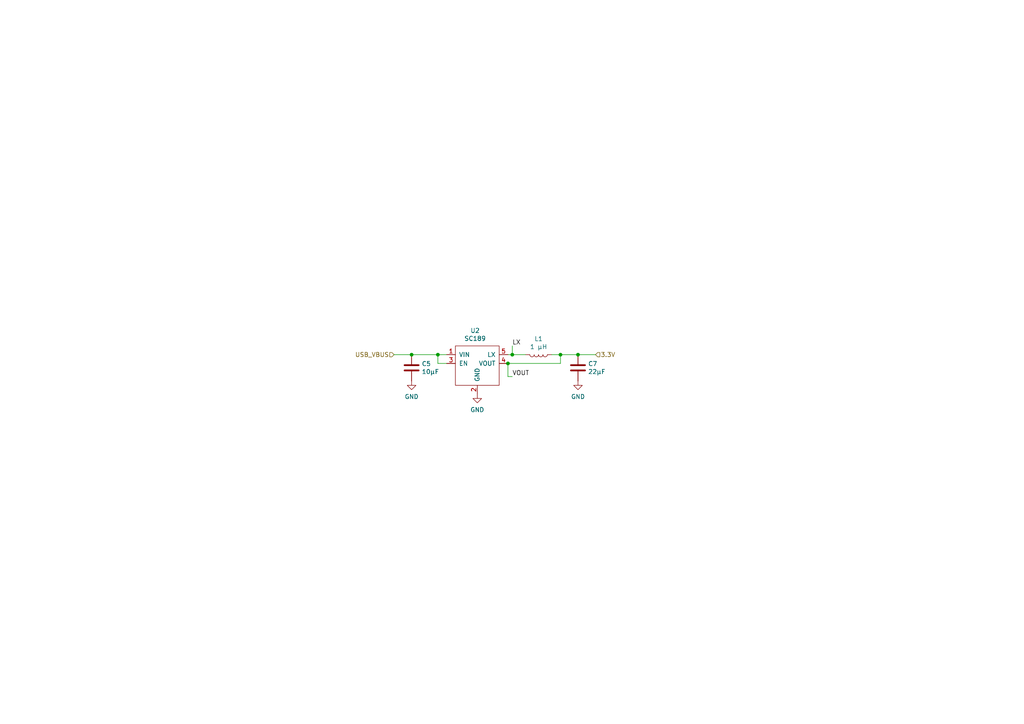
<source format=kicad_sch>
(kicad_sch (version 20210621) (generator eeschema)
  (paper "A4")
  (title_block (title "Wederian") (date "2021-10-24") (rev "0.2.0") (comment 1 "Mark Raynsford") (comment 2 "https://www.github.com/io7m/wederian"))
  (lib_symbols
    (symbol "Device:C" (pin_numbers hide) (pin_names (offset 0.254))
      (property "Reference" "C" (at 0.635 2.54 0))
      (property "Value" "C" (at 0.635 -2.54 0))
      (symbol "C_0_1"
        (polyline (pts (xy -2.032 -0.762) (xy 2.032 -0.762)) (stroke (width 0.508)))
        (polyline (pts (xy -2.032 0.762) (xy 2.032 0.762)) (stroke (width 0.508)))
      )
      (symbol "C_1_1"
        (pin passive line (at 0 3.81 270) (length 2.794) (name "~") (number "1"))
        (pin passive line (at 0 -3.81 90) (length 2.794) (name "~") (number "2"))
      )
    )
    (symbol "Device:L" (pin_numbers hide) (pin_names (offset 1.016) hide)
      (property "Reference" "L" (at -1.27 0 90))
      (property "Value" "L" (at 1.905 0 90))
      (symbol "L_0_1"
        (arc (start 0 -2.54) (mid 0.635 -1.905) (end 0 -1.27))
        (arc (start 0 -1.27) (mid 0.635 -0.635) (end 0 0))
        (arc (start 0 0) (mid 0.635 0.635) (end 0 1.27))
        (arc (start 0 1.27) (mid 0.635 1.905) (end 0 2.54))
      )
      (symbol "L_1_1"
        (pin passive line (at 0 3.81 270) (length 1.27) (name "1") (number "1"))
        (pin passive line (at 0 -3.81 90) (length 1.27) (name "2") (number "2"))
      )
    )
    (symbol "power:GND" (power) (pin_names (offset 0))
      (property "Value" "GND" (at 0 -3.81 0))
      (symbol "GND_0_1"
        (polyline (pts (xy 0 0) (xy 0 -1.27) (xy 1.27 -1.27) (xy 0 -2.54) (xy -1.27 -1.27) (xy 0 -1.27)))
      )
      (symbol "GND_1_1"
        (pin power_in line (at 0 0 270) (length 0) hide (name "GND") (number "1"))
      )
    )
    (symbol "wederian_customs:SC189" (pin_names (offset 1.016))
      (property "Reference" "U" (at 5.08 7.62 0))
      (property "Value" "SC189" (at -3.81 7.62 0))
      (symbol "SC189_0_1"
        (rectangle (start -6.35 5.08) (end 6.35 -6.35))
      )
      (symbol "SC189_1_1"
        (pin input line (at -8.89 2.54 0) (length 2.54) (name "VIN") (number "1"))
        (pin input line (at 0 -8.89 90) (length 2.54) (name "GND") (number "2"))
        (pin input line (at -8.89 0 0) (length 2.54) (name "EN") (number "3"))
        (pin output line (at 8.89 0 180) (length 2.54) (name "VOUT") (number "4"))
        (pin output line (at 8.89 2.54 180) (length 2.54) (name "LX") (number "5"))
      )
    )
  )
  (junction (at 119.38 102.87))
  (junction (at 127 102.87))
  (junction (at 147.32 105.41))
  (junction (at 148.59 102.87))
  (junction (at 162.56 102.87))
  (junction (at 167.64 102.87))
  (wire (pts (xy 114.3 102.87) (xy 119.38 102.87)))
  (wire (pts (xy 119.38 102.87) (xy 127 102.87)))
  (wire (pts (xy 127 102.87) (xy 127 105.41)))
  (wire (pts (xy 127 102.87) (xy 129.54 102.87)))
  (wire (pts (xy 127 105.41) (xy 129.54 105.41)))
  (wire (pts (xy 147.32 102.87) (xy 148.59 102.87)))
  (wire (pts (xy 147.32 105.41) (xy 147.32 109.22)))
  (wire (pts (xy 147.32 105.41) (xy 162.56 105.41)))
  (wire (pts (xy 148.59 100.33) (xy 148.59 102.87)))
  (wire (pts (xy 148.59 102.87) (xy 152.4 102.87)))
  (wire (pts (xy 148.59 109.22) (xy 147.32 109.22)))
  (wire (pts (xy 162.56 102.87) (xy 160.02 102.87)))
  (wire (pts (xy 162.56 102.87) (xy 167.64 102.87)))
  (wire (pts (xy 162.56 105.41) (xy 162.56 102.87)))
  (wire (pts (xy 167.64 102.87) (xy 172.72 102.87)))
  (label "LX" (at 148.59 100.33 0))
  (label "VOUT" (at 148.59 109.22 0))
  (hierarchical_label "USB_VBUS" (shape input) (at 114.3 102.87 180))
  (hierarchical_label "3.3V" (shape input) (at 172.72 102.87 0))
  (symbol (lib_id "power:GND") (at 119.38 110.49 0) (unit 1)
    (property "Reference" "#PWR0101" (effects hide))
    (property "Value" "GND" (at 119.38 115.0524 0))
  )
  (symbol (lib_id "power:GND") (at 138.43 114.3 0) (unit 1)
    (property "Reference" "#PWR0102" (effects hide))
    (property "Value" "GND" (at 138.43 118.8624 0))
  )
  (symbol (lib_id "power:GND") (at 167.64 110.49 0) (unit 1)
    (property "Reference" "#PWR0103" (effects hide))
    (property "Value" "GND" (at 167.64 115.0524 0))
  )
  (symbol (lib_id "Device:L") (at 156.21 102.87 270) (unit 1)
    (property "Reference" "L1" (at 156.21 98.2726 90))
    (property "Value" "1 μH" (at 156.21 100.584 90))
    (property "Footprint" "Inductor_SMD:L_0805_2012Metric" (effects hide))
  )
  (symbol (lib_id "Device:C") (at 119.38 106.68 0) (unit 1)
    (property "Reference" "C5" (at 122.301 105.5116 0) (effects (justify left)))
    (property "Value" "10μF" (at 122.301 107.823 0) (effects (justify left)))
    (property "Footprint" "Capacitor_SMD:C_0805_2012Metric" (effects hide))
  )
  (symbol (lib_id "Device:C") (at 167.64 106.68 0) (unit 1)
    (property "Reference" "C7" (at 170.561 105.5116 0) (effects (justify left)))
    (property "Value" "22μF" (at 170.561 107.823 0) (effects (justify left)))
    (property "Footprint" "Capacitor_SMD:C_0805_2012Metric" (effects hide))
  )
  (symbol (lib_id "wederian_customs:SC189") (at 138.43 105.41 0) (unit 1)
    (property "Reference" "U2" (at 137.795 95.885 0))
    (property "Value" "SC189" (at 137.795 98.1964 0))
    (property "Footprint" "Package_TO_SOT_SMD:SOT-23-5" (effects hide))
  )
)
</source>
